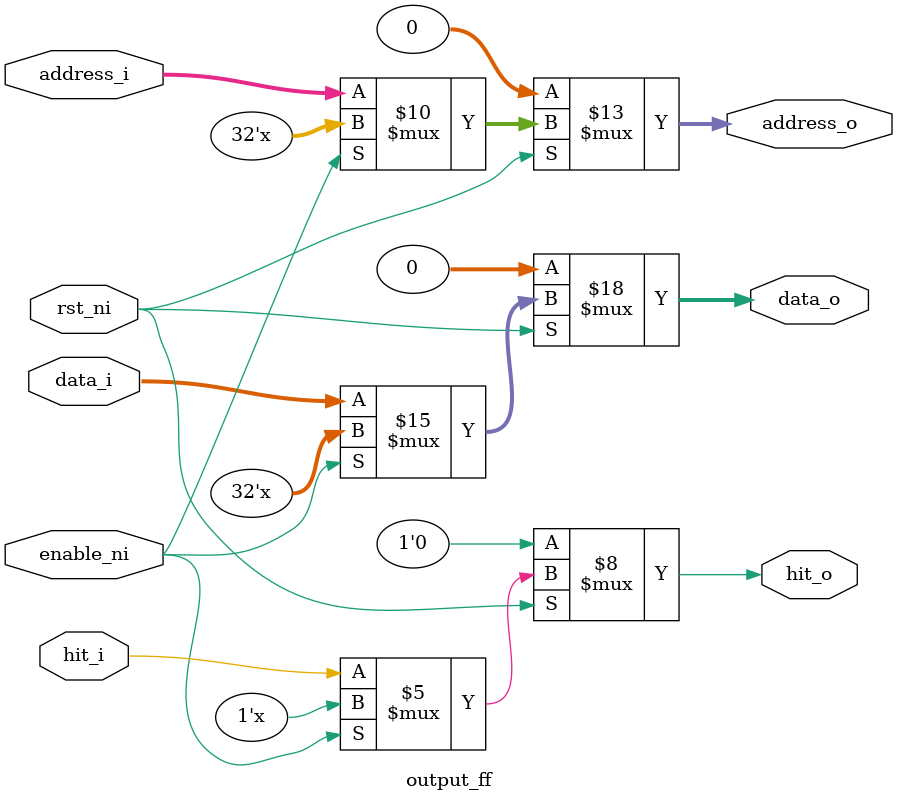
<source format=sv>
module output_ff(
   //input
   input logic        enable_ni,
   input logic        rst_ni,
	input logic        hit_i,
   input logic [31:0] address_i,
   input logic [31:0] data_i,
  //output
   output logic        hit_o,
   output logic [31:0] address_o,
   output logic [31:0] data_o
  
);
  initial begin
     data_o        <= 32'b0;
	  address_o     <= 32'b0;
	  hit_o         <= 1'b0;
   end
	//
	always @(enable_ni or rst_ni)
	begin
	if(!rst_ni) begin
	   data_o        <= 32'b0;
	   address_o     <= 32'b0;
		hit_o         <= 1'b0;


	end 
	else if (!enable_ni) begin
	   hit_o         <= hit_i;
	   data_o        <= data_i;
	   address_o     <= address_i;
	end
	end
endmodule 
</source>
